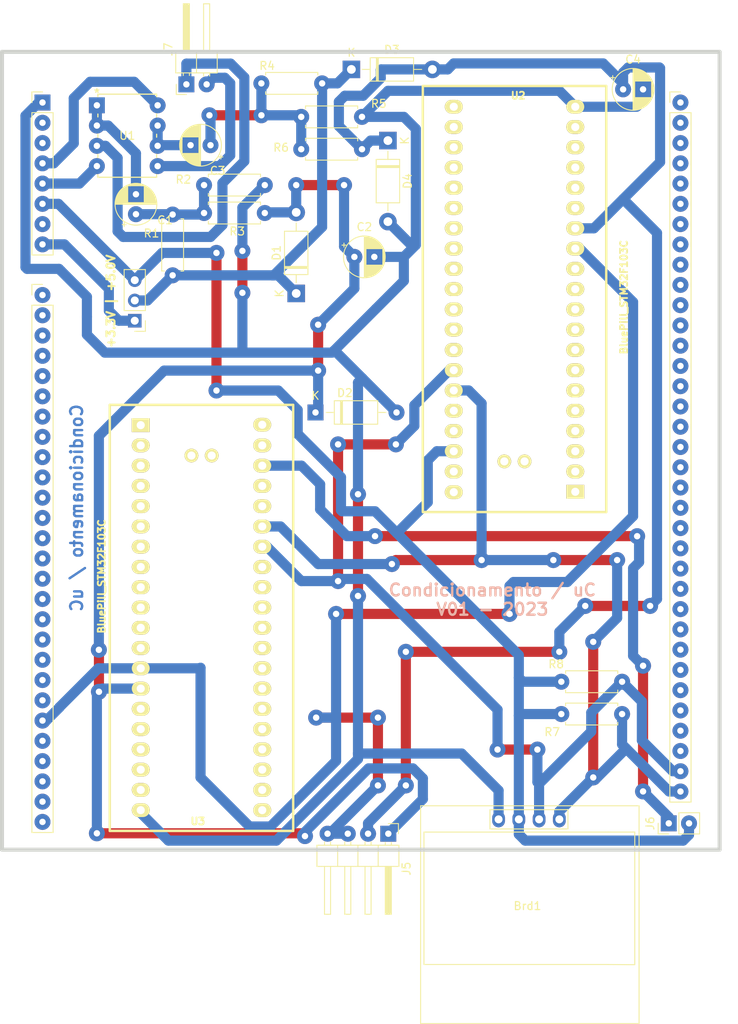
<source format=kicad_pcb>
(kicad_pcb (version 20221018) (generator pcbnew)
  (title_block (title "Barramento do EITduino") (date "2023-04-12") (rev "v01") (company "EITduino") (comment 1 "Autor: Gustavo Pinheiro") (comment 2 "Barramento proposto para uma placa 90x100 mm") (comment 3 "placa de face simples"))
  (layers (0 "F.Cu" signal) (31 "B.Cu" signal) (34 "B.Paste" user) (35 "F.Paste" user) (36 "B.SilkS" user "B.Silkscreen") (37 "F.SilkS" user "F.Silkscreen") (38 "B.Mask" user) (39 "F.Mask" user) (44 "Edge.Cuts" user))
  (net 0 "")
  (net 1 "+9V")
  (net 2 "-9V")
  (net 3 "+5V")
  (net 4 "-5V")
  (net 5 "+3.3V")
  (net 45 "Earth")
  (net 47 "I1")
  (net 48 "I2")
  (net 49 "Sin1")
  (net 50 "Sin2")
  (net 51 "SinA")
  (net 52 "SinB")
  (net 53 "SINC")
  (net 54 "SPI_COPI")
  (net 55 "SPI_CIPO")
  (net 56 "SPI_clk")
  (net 57 "CS (AD9833)")
  (net 58 "CS (X9c10x)")
  (net 59 "SCL3")
  (net 60 "SDA3")
  (net 61 "SCL2")
  (net 62 "SDA2")
  (net 63 "SCL1")
  (net 64 "SDA1")
  (net 65 "nó1")
  (net 66 "nó2")
  (net 67 "Amp_E1")
  (net 68 "nó3")
  (net 69 "nó4")
  (net 70 "Amp_E2")
  (net 71 "Vref")
  (net 72 "VCC")
  (net 73 "VEE")
  (net 74 "AmpI1")
  (net 75 "AmpI2")
  (net 78 "Net-(J6-Pin_1)")
  (net 79 "E1")
  (net 80 "E2")
  (footprint "Resistor_THT:R_Axial_DIN0207_L6.3mm_D2.5mm_P7.62mm_Horizontal" (layer "F.Cu") (at 126.03 56.65)
    (fp_text reference "R5")
    (fp_text value "100k")
  )
  (footprint "OLED_i2c:128x64OLED" (layer "F.Cu") (at 154.4 155.3)
    (fp_text reference "Brd1")
    (fp_text value "SSD1306")
  )
  (footprint "Resistor_THT:R_Axial_DIN0207_L6.3mm_D2.5mm_P7.62mm_Horizontal" (layer "F.Cu") (at 113.84 65.2)
    (fp_text reference "R2")
    (fp_text value "100k")
  )
  (footprint "Resistor_THT:R_Axial_DIN0207_L6.3mm_D2.5mm_P7.62mm_Horizontal" (layer "F.Cu") (at 113.84 68.7)
    (fp_text reference "R3")
    (fp_text value "220")
  )
  (footprint "Diode_THT:D_DO-41_SOD81_P10.16mm_Horizontal" (layer "F.Cu") (at 132.32 50.7)
    (fp_text reference "D3")
    (fp_text value "1N5819")
  )
  (footprint "Connector_PinHeader_2.54mm:PinHeader_1x02_P2.54mm_Vertical" (layer "F.Cu") (at 172.125 145.2 90)
    (fp_text reference "J6")
    (fp_text value "alimetacao_Master")
  )
  (footprint "Diode_THT:D_DO-41_SOD81_P10.16mm_Horizontal" (layer "F.Cu") (at 136.9 59.62 -90)
    (fp_text reference "D4")
    (fp_text value "1N5819")
  )
  (footprint "Connector_PinHeader_2.54mm:PinHeader_1x35_P2.54mm_Vertical" (layer "F.Cu") (at 173.59 54.85)
    (fp_text reference "J4" hide)
    (fp_text value "comunicacao / sinais digitais" hide)
  )
  (footprint "Connector_PinHeader_2.54mm:PinHeader_1x02_P2.54mm_Horizontal" (layer "F.Cu") (at 111.625 52.575 90)
    (fp_text reference "J7")
    (fp_text value "Eletrodos")
  )
  (footprint "Diode_THT:D_DO-41_SOD81_P10.16mm_Horizontal" (layer "F.Cu") (at 125.4 78.78 90)
    (fp_text reference "D1")
    (fp_text value "1N5819")
  )
  (footprint "STM32_Bluepill:BluePill_STM32F103C" (layer "F.Cu") (at 160.4 103.5892 180)
    (fp_text reference "U2")
    (fp_text value "BluePill_STM32F103C")
  )
  (footprint "Resistor_THT:R_Axial_DIN0207_L6.3mm_D2.5mm_P7.62mm_Horizontal" (layer "F.Cu") (at 166.27 131.5 180)
    (fp_text reference "R7")
    (fp_text value "4k7")
  )
  (footprint "Capacitor_THT:CP_Radial_D5.0mm_P2.50mm" (layer "F.Cu") (at 114.65 60.2 180)
    (fp_text reference "C3")
    (fp_text value "1 uF")
  )
  (footprint "Connector_PinHeader_2.54mm:PinHeader_1x08_P2.54mm_Vertical" (layer "F.Cu") (at 93.58 54.85)
    (fp_text reference "J2" hide)
    (fp_text value "tensoes")
  )
  (footprint "Connector_PinHeader_2.54mm:PinHeader_1x27_P2.54mm_Vertical" (layer "F.Cu") (at 93.58 78.98)
    (fp_text reference "J3" hide)
    (fp_text value "sinais analogicos")
  )
  (footprint "Connector_PinHeader_2.54mm:PinHeader_1x04_P2.54mm_Horizontal" (layer "F.Cu") (at 136.95 146.5 -90)
    (fp_text reference "J5")
    (fp_text value "sinais_condicionados")
  )
  (footprint "AD828:N_8_ADI" (layer "F.Cu") (at 100.4 55.2)
    (fp_text reference "U1")
    (fp_text value "AD828AN")
  )
  (footprint "Resistor_THT:R_Axial_DIN0207_L6.3mm_D2.5mm_P7.62mm_Horizontal" (layer "F.Cu") (at 109.9 76.51 90)
    (fp_text reference "R1")
    (fp_text value "100k")
  )
  (footprint "Diode_THT:D_DO-41_SOD81_P10.16mm_Horizontal" (layer "F.Cu") (at 127.82 93.7)
    (fp_text reference "D2")
    (fp_text value "1N5819")
  )
  (footprint "STM32_Bluepill:BluePill_STM32F103C" (layer "F.Cu") (at 105.9 95.34)
    (fp_text reference "U3")
    (fp_text value "BluePill_STM32F103C")
  )
  (footprint "Resistor_THT:R_Axial_DIN0207_L6.3mm_D2.5mm_P7.62mm_Horizontal" (layer "F.Cu") (at 126.03 60.7)
    (fp_text reference "R6")
    (fp_text value "220")
  )
  (footprint "Connector_PinHeader_2.54mm:PinHeader_1x03_P2.54mm_Vertical" (layer "F.Cu") (at 105.15 82.2 180)
    (fp_text reference "J1" hide)
    (fp_text value "Vref")
  )
  (footprint "Resistor_THT:R_Axial_DIN0207_L6.3mm_D2.5mm_P7.62mm_Horizontal" (layer "F.Cu") (at 166.27 127.45 180)
    (fp_text reference "R8")
    (fp_text value "4k7")
  )
  (footprint "Resistor_THT:R_Axial_DIN0207_L6.3mm_D2.5mm_P7.62mm_Horizontal" (layer "F.Cu") (at 128.65 52.45 180)
    (fp_text reference "R4")
    (fp_text value "100k")
  )
  (footprint "Capacitor_THT:CP_Radial_D5.0mm_P2.50mm" (layer "F.Cu") (at 166.4 53.2)
    (fp_text reference "C4")
    (fp_text value "470 pF")
  )
  (footprint "Capacitor_THT:CP_Radial_D5.0mm_P2.50mm" (layer "F.Cu") (at 132.694888 74.2)
    (fp_text reference "C2")
    (fp_text value "470 pF")
  )
  (footprint "Capacitor_THT:CP_Radial_D5.0mm_P2.50mm" (layer "F.Cu") (at 105.3 68.85 90)
    (fp_text reference "C1")
    (fp_text value "1 uF")
  )
  (gr_line (start 178.5 48.5) (end 88.5 48.5) (stroke (width 0.5)) (layer "Edge.Cuts"))
  (gr_line (start 178.5 148.5) (end 178.5 48.5) (stroke (width 0.5)) (layer "Edge.Cuts"))
  (gr_line (start 178.49982 148.4998) (end 88.5 148.4998) (stroke (width 0.5)) (layer "Edge.Cuts"))
  (gr_line (start 88.5 48.5) (end 88.5 148.4998) (stroke (width 0.5)) (layer "Edge.Cuts"))
  (gr_text "Condicionamento / uC" (at 98.75 92.5 90) (layer "B.Cu") (effects (font (size 1.5 1.5) (thickness 0.3) bold) (justify left bottom mirror)))
  (gr_text "Condicionamento / uC\nV01 - 2023" (at 150 119.25) (layer "B.SilkS") (effects (font (size 1.5 1.5) (thickness 0.3) bold) (justify bottom)))
  (gr_text "+3.3V | +5.0V" (at 102.75 79.75 90) (layer "F.SilkS") (effects (font (size 1.016 1.016) (thickness 0.254) bold) (justify bottom)))
  (segment (start 94.994213 62.47) (end 97.5 59.964213) (width 1.27) (layer "B.Cu") (net 1))
  (segment (start 105.07 52.25) (end 108.02 55.2) (width 1.27) (layer "B.Cu") (net 1))
  (segment (start 93.58 62.47) (end 94.994213 62.47) (width 1.27) (layer "B.Cu") (net 1))
  (segment (start 97.5 54.306) (end 99.556 52.25) (width 1.27) (layer "B.Cu") (net 1))
  (segment (start 99.556 52.25) (end 105.07 52.25) (width 1.27) (layer "B.Cu") (net 1))
  (segment (start 97.5 59.964213) (end 97.5 54.306) (width 1.27) (layer "B.Cu") (net 1))
  (segment (start 93.58 65.01) (end 98.21 65.01) (width 1.27) (layer "B.Cu") (net 2))
  (segment (start 98.21 65.01) (end 100.4 62.82) (width 1.27) (layer "B.Cu") (net 2))
  (segment (start 115.4 73.7) (end 115.4 90.95) (width 1.27) (layer "F.Cu") (net 3))
  (via (at 115.4 90.95) (size 2) (drill 0.8) (layers "F.Cu" "B.Cu") (net 3))
  (via (at 115.4 73.7) (size 2) (drill 0.8) (layers "F.Cu" "B.Cu") (net 3))
  (segment (start 153.32 126.95) (end 153.32 131.7) (width 1.27) (layer "B.Cu") (net 3))
  (segment (start 105.15 77.12) (end 108.57 73.7) (width 1.27) (layer "B.Cu") (net 3))
  (segment (start 115.4 90.95) (end 123.15 90.95) (width 1.27) (layer "B.Cu") (net 3))
  (segment (start 153.52 131.5) (end 153.32 131.7) (width 1.27) (layer "B.Cu") (net 3))
  (segment (start 105.15 77.12) (end 95.58 67.55) (width 1.27) (layer "B.Cu") (net 3))
  (segment (start 138.025 108.825) (end 153.32 124.12) (width 1.27) (layer "B.Cu") (net 3))
  (segment (start 138.025 108.825) (end 141.9 104.95) (width 1.27) (layer "B.Cu") (net 3))
  (segment (start 158.65 131.5) (end 153.52 131.5) (width 1.27) (layer "B.Cu") (net 3))
  (segment (start 158.65 127.45) (end 153.82 127.45) (width 1.27) (layer "B.Cu") (net 3))
  (segment (start 154.1148 147.3648) (end 153.32 146.57) (width 1.27) (layer "B.Cu") (net 3))
  (segment (start 131.015 105.95) (end 131.15 106.085) (width 1.27) (layer "B.Cu") (net 3))
  (segment (start 125.585 96.385) (end 131.015 101.815) (width 1.27) (layer "B.Cu") (net 3))
  (segment (start 125.585 93.385) (end 125.585 96.385) (width 1.27) (layer "B.Cu") (net 3))
  (segment (start 153.32 124.12) (end 153.32 126.95) (width 1.27) (layer "B.Cu") (net 3))
  (segment (start 123.15 90.95) (end 125.585 93.385) (width 1.27) (layer "B.Cu") (net 3))
  (segment (start 143.04 98.56) (end 145.16 98.56) (width 1.27) (layer "B.Cu") (net 3))
  (segment (start 141.9 104.95) (end 141.9 99.7) (width 1.27) (layer "B.Cu") (net 3))
  (segment (start 131.015 101.815) (end 131.015 105.95) (width 1.27) (layer "B.Cu") (net 3))
  (segment (start 131.15 106.085) (end 135.285 106.085) (width 1.27) (layer "B.Cu") (net 3))
  (segment (start 145.02 98.7) (end 145.16 98.56) (width 1.27) (layer "B.Cu") (net 3))
  (segment (start 153.82 127.45) (end 153.32 126.95) (width 1.27) (layer "B.Cu") (net 3))
  (segment (start 174.665 146.63) (end 173.9302 147.3648) (width 1.27) (layer "B.Cu") (net 3))
  (segment (start 95.58 67.55) (end 93.58 67.55) (width 1.27) (layer "B.Cu") (net 3))
  (segment (start 135.285 106.085) (end 138.025 108.825) (width 1.27) (layer "B.Cu") (net 3))
  (segment (start 173.9302 147.3648) (end 154.1148 147.3648) (width 1.27) (layer "B.Cu") (net 3))
  (segment (start 141.9 99.7) (end 143.04 98.56) (width 1.27) (layer "B.Cu") (net 3))
  (segment (start 174.665 145.2) (end 174.665 146.63) (width 1.27) (layer "B.Cu") (net 3))
  (segment (start 153.32 144.7) (end 153.32 131.7) (width 1.27) (layer "B.Cu") (net 3))
  (segment (start 108.57 73.7) (end 115.4 73.7) (width 1.27) (layer "B.Cu") (net 3))
  (segment (start 153.32 146.57) (end 153.32 144.7) (width 1.27) (layer "B.Cu") (net 3))
  (segment (start 101.9 78.2) (end 96.33 72.63) (width 1.27) (layer "B.Cu") (net 5))
  (segment (start 103.15 82.2) (end 101.9 80.95) (width 1.27) (layer "B.Cu") (net 5))
  (segment (start 105.15 82.2) (end 103.15 82.2) (width 1.27) (layer "B.Cu") (net 5))
  (segment (start 101.9 80.95) (end 101.9 78.2) (width 1.27) (layer "B.Cu") (net 5))
  (segment (start 96.33 72.63) (end 93.58 72.63) (width 1.27) (layer "B.Cu") (net 5))
  (segment (start 133.15 103.95) (end 133.15 116.7) (width 1.27) (layer "F.Cu") (net 45))
  (segment (start 118.65 73.45) (end 118.65 78.7) (width 1.27) (layer "F.Cu") (net 45))
  (via (at 133.15 116.7) (size 2) (drill 0.8) (layers "F.Cu" "B.Cu") (net 45))
  (via (at 133.15 103.95) (size 2) (drill 0.8) (layers "F.Cu" "B.Cu") (net 45))
  (via (at 118.65 78.7) (size 2) (drill 0.8) (layers "F.Cu" "B.Cu") (net 45))
  (via (at 118.65 73.45) (size 2) (drill 0.8) (layers "F.Cu" "B.Cu") (net 45))
  (segment (start 140.4 72.7) (end 140.4 58.15) (width 1.27) (layer "B.Cu") (net 45))
  (segment (start 138.9 74.2) (end 140.4 72.7) (width 1.27) (layer "B.Cu") (net 45))
  (segment (start 91.65 75.7) (end 95.65 75.7) (width 1.27) (layer "B.Cu") (net 45))
  (segment (start 138.9 77.2) (end 138.9 74.2) (width 1.27) (layer "B.Cu") (net 45))
  (segment (start 118.65 86.2) (end 129.9 86.2) (width 1.27) (layer "B.Cu") (net 45))
  (segment (start 91.445 75.495) (end 91.65 75.7) (width 1.27) (layer "B.Cu") (net 45))
  (segment (start 137.98 93.7) (end 133.69 89.41) (width 1.27) (layer "B.Cu") (net 45))
  (segment (start 133.15 136.45) (end 133.15 137.130205) (width 1.27) (layer "B.Cu") (net 45))
  (segment (start 168.9 54.57) (end 168.9 53.2) (width 1.27) (layer "B.Cu") (net 45))
  (segment (start 133.15 137.130205) (end 122.915405 147.3648) (width 1.27) (layer "B.Cu") (net 45))
  (segment (start 138.9 56.65) (end 133.65 56.65) (width 1.27) (layer "B.Cu") (net 45))
  (segment (start 93.58 54.85) (end 93.100654 54.85) (width 1.27) (layer "B.Cu") (net 45))
  (segment (start 133.15 136.45) (end 146.15 136.45) (width 1.27) (layer "B.Cu") (net 45))
  (segment (start 99.15 79.2) (end 99.15 81.7) (width 1.27) (layer "B.Cu") (net 45))
  (segment (start 133.69 89.41) (end 130.23 85.95) (width 1.27) (layer "B.Cu") (net 45))
  (segment (start 129.9 86.2) (end 130.15 85.95) (width 1.27) (layer "B.Cu") (net 45))
  (segment (start 118.65 68.01) (end 118.65 73.45) (width 1.27) (layer "B.Cu") (net 45))
  (segment (start 118.65 78.7) (end 118.65 86.2) (width 1.27) (layer "B.Cu") (net 45))
  (segment (start 121.46 65.2) (end 118.65 68.01) (width 1.27) (layer "B.Cu") (net 45))
  (segment (start 95.9 75.95) (end 99.15 79.2) (width 1.27) (layer "B.Cu") (net 45))
  (segment (start 130.23 85.95) (end 130.15 85.95) (width 1.27) (layer "B.Cu") (net 45))
  (segment (start 136.9186 53.3814) (end 158.4014 53.3814) (width 1.27) (layer "B.Cu") (net 45))
  (segment (start 139.82 72.7) (end 140.4 72.7) (width 1.27) (layer "B.Cu") (net 45))
  (segment (start 133.65 56.65) (end 136.9186 53.3814) (width 1.27) (layer "B.Cu") (net 45))
  (segment (start 133.15 103.95) (end 133.15 89.95) (width 1.27) (layer "B.Cu") (net 45))
  (segment (start 135.4 80.7) (end 138.9 77.2) (width 1.27) (layer "B.Cu") (net 45))
  (segment (start 91.445 56.505654) (end 91.445 75.495) (width 1.27) (layer "B.Cu") (net 45))
  (segment (start 133.15 89.95) (end 133.69 89.41) (width 1.27) (layer "B.Cu") (net 45))
  (segment (start 130.15 85.95) (end 135.4 80.7) (width 1.27) (layer "B.Cu") (net 45))
  (segment (start 93.100654 54.85) (end 91.445 56.505654) (width 1.27) (layer "B.Cu") (net 45))
  (segment (start 135.194888 74.2) (end 138.9 74.2) (width 1.27) (layer "B.Cu") (net 45))
  (segment (start 168.09 55.38) (end 168.9 54.57) (width 1.27) (layer "B.Cu") (net 45))
  (segment (start 158.4014 53.3814) (end 160.4 55.38) (width 1.27) (layer "B.Cu") (net 45))
  (segment (start 95.65 75.7) (end 95.9 75.95) (width 1.27) (layer "B.Cu") (net 45))
  (segment (start 101.4 86.2) (end 118.65 86.2) (width 1.27) (layer "B.Cu") (net 45))
  (segment (start 99.15 81.7) (end 99.15 83.95) (width 1.27) (layer "B.Cu") (net 45))
  (segment (start 150.78 144.7) (end 150.78 141.08) (width 1.27) (layer "B.Cu") (net 45))
  (segment (start 136.9 69.78) (end 139.82 72.7) (width 1.27) (layer "B.Cu") (net 45))
  (segment (start 140.4 58.15) (end 138.9 56.65) (width 1.27) (layer "B.Cu") (net 45))
  (segment (start 133.15 116.7) (end 133.15 136.45) (width 1.27) (layer "B.Cu") (net 45))
  (segment (start 99.15 83.95) (end 101.4 86.2) (width 1.27) (layer "B.Cu") (net 45))
  (segment (start 109.3648 147.3648) (end 105.9 143.9) (width 1.27) (layer "B.Cu") (net 45))
  (segment (start 160.4 55.38) (end 168.09 55.38) (width 1.27) (layer "B.Cu") (net 45))
  (segment (start 146.15 136.45) (end 150.78 141.08) (width 1.27) (layer "B.Cu") (net 45))
  (segment (start 122.915405 147.3648) (end 109.3648 147.3648) (width 1.27) (layer "B.Cu") (net 45))
  (segment (start 137.9 97.7) (end 130.65 97.7) (width 1.27) (layer "F.Cu") (net 63))
  (segment (start 150.65 135.95) (end 155.65 135.95) (width 1.27) (layer "F.Cu") (net 63))
  (segment (start 130.65 97.7) (end 130.65 114.8345) (width 1.27) (layer "F.Cu") (net 63))
  (via (at 150.65 135.95) (size 2) (drill 0.8) (layers "F.Cu" "B.Cu") (net 63))
  (via (at 137.9 97.7) (size 2) (drill 0.8) (layers "F.Cu" "B.Cu") (net 63))
  (via (at 130.65 114.8345) (size 2) (drill 0.8) (layers "F.Cu" "B.Cu") (net 63))
  (via (at 130.65 97.7) (size 2) (drill 0.8) (layers "F.Cu" "B.Cu") (net 63))
  (via (at 155.65 135.95) (size 2) (drill 0.8) (layers "F.Cu" "B.Cu") (net 63))
  (segment (start 166.27 127.45) (end 168.75 129.93) (width 1.27) (layer "B.Cu") (net 63))
  (segment (start 126.0345 114.8345) (end 121.7292 110.5292) (width 1.27) (layer "B.Cu") (net 63))
  (segment (start 130.65 114.8345) (end 130.9195 114.565) (width 1.27) (layer "B.Cu") (net 63))
  (segment (start 155.65 135.95) (end 155.65 140.03) (width 1.27) (layer "B.Cu") (net 63))
  (segment (start 144.612153 88.4) (end 140.215 92.797153) (width 1.27) (layer "B.Cu") (net 63))
  (segment (start 140.215 92.797153) (end 140.215 95.385) (width 1.27) (layer "B.Cu") (net 63))
  (segment (start 168.75 134.8) (end 172.62 138.67) (width 1.27) (layer "B.Cu") (net 63))
  (segment (start 162.4 133.7) (end 162.4 131.32) (width 1.27) (layer "B.Cu") (net 63))
  (segment (start 150.65 130.95) (end 150.65 135.95) (width 1.27) (layer "B.Cu") (net 63))
  (segment (start 140.215 95.385) (end 137.9 97.7) (width 1.27) (layer "B.Cu") (net 63))
  (segment (start 155.86 144.7) (end 155.86 140.24) (width 1.27) (layer "B.Cu") (net 63))
  (segment (start 172.62 138.67) (end 173.59 138.67) (width 1.27) (layer "B.Cu") (net 63))
  (segment (start 162.4 131.32) (end 166.27 127.45) (width 1.27) (layer "B.Cu") (net 63))
  (segment (start 134.265 114.565) (end 150.65 130.95) (width 1.27) (layer "B.Cu") (net 63))
  (segment (start 155.65 140.03) (end 155.86 140.24) (width 1.27) (layer "B.Cu") (net 63))
  (segment (start 130.65 114.8345) (end 126.0345 114.8345) (width 1.27) (layer "B.Cu") (net 63))
  (segment (start 155.86 140.24) (end 162.4 133.7) (width 1.27) (layer "B.Cu") (net 63))
  (segment (start 145.16 88.4) (end 144.612153 88.4) (width 1.27) (layer "B.Cu") (net 63))
  (segment (start 130.9195 114.565) (end 134.265 114.565) (width 1.27) (layer "B.Cu") (net 63))
  (segment (start 121.7292 110.5292) (end 121.14 110.5292) (width 1.27) (layer "B.Cu") (net 63))
  (segment (start 168.75 129.93) (end 168.75 134.8) (width 1.27) (layer "B.Cu") (net 63))
  (segment (start 157.65 112.2) (end 165.65 112.2) (width 1.27) (layer "F.Cu") (net 64))
  (segment (start 137.4 112.7) (end 137.9 112.2) (width 1.27) (layer "F.Cu") (net 64))
  (segment (start 137.9 112.2) (end 148.65 112.2) (width 1.27) (layer "F.Cu") (net 64))
  (segment (start 162.65 139.45) (end 162.65 122.7) (width 1.27) (layer "F.Cu") (net 64))
  (via (at 162.65 122.45) (size 2) (drill 0.8) (layers "F.Cu" "B.Cu") (net 64))
  (via (at 157.65 112.2) (size 2) (drill 0.8) (layers "F.Cu" "B.Cu") (net 64))
  (via (at 137.4 112.7) (size 2) (drill 0.8) (layers "F.Cu" "B.Cu") (net 64))
  (via (at 165.65 112.2) (size 2) (drill 0.8) (layers "F.Cu" "B.Cu") (net 64))
  (via (at 162.65 139.45) (size 2) (drill 0.8) (layers "F.Cu" "B.Cu") (net 64))
  (via (at 148.65 112.2) (size 2) (drill 0.8) (layers "F.Cu" "B.Cu") (net 64))
  (segment (start 128.15 112.7) (end 137.4 112.7) (width 1.27) (layer "B.Cu") (net 64))
  (segment (start 158.4 144.7) (end 158.4 143.7) (width 1.27) (layer "B.Cu") (net 64))
  (segment (start 166.782894 135.817106) (end 163.15 139.45) (width 1.27) (layer "B.Cu") (net 64))
  (segment (start 158.4 143.7) (end 162.65 139.45) (width 1.27) (layer "B.Cu") (net 64))
  (segment (start 147.0322 90.94) (end 145.16 90.94) (width 1.27) (layer "B.Cu") (net 64))
  (segment (start 166.27 131.5) (end 166.27 135.304213) (width 1.27) (layer "B.Cu") (net 64))
  (segment (start 165.65 112.2) (end 165.65 119.45) (width 1.27) (layer "B.Cu") (net 64))
  (segment (start 165.65 119.45) (end 162.65 122.45) (width 1.27) (layer "B.Cu") (net 64))
  (segment (start 123.4392 107.9892) (end 128.15 112.7) (width 1.27) (layer "B.Cu") (net 64))
  (segment (start 166.782894 135.817106) (end 172.175787 141.21) (width 1.27) (layer "B.Cu") (net 64))
  (segment (start 148.65 112.2) (end 157.65 112.2) (width 1.27) (layer "B.Cu") (net 64))
  (segment (start 166.27 135.304213) (end 166.782894 135.817106) (width 1.27) (layer "B.Cu") (net 64))
  (segment (start 148.65 92.5578) (end 147.0322 90.94) (width 1.27) (layer "B.Cu") (net 64))
  (segment (start 121.14 107.9892) (end 123.4392 107.9892) (width 1.27) (layer "B.Cu") (net 64))
  (segment (start 172.175787 141.21) (end 173.59 141.21) (width 1.27) (layer "B.Cu") (net 64))
  (segment (start 148.65 112.2) (end 148.65 92.5578) (width 1.27) (layer "B.Cu") (net 64))
  (segment (start 163.15 139.45) (end 162.65 139.45) (width 1.27) (layer "B.Cu") (net 64))
  (segment (start 105.3 61.225787) (end 101.814213 57.74) (width 1.27) (layer "B.Cu") (net 65))
  (segment (start 101.814213 57.74) (end 100.4 57.74) (width 1.27) (layer "B.Cu") (net 65))
  (segment (start 100.4 57.74) (end 100.4 55.2) (width 1.27) (layer "B.Cu") (net 65))
  (segment (start 105.3 66.35) (end 105.3 61.225787) (width 1.27) (layer "B.Cu") (net 65))
  (segment (start 113.84 68.7) (end 113.84 65.2) (width 1.27) (layer "B.Cu") (net 66))
  (segment (start 109.9 68.89) (end 113.65 68.89) (width 1.27) (layer "B.Cu") (net 66))
  (segment (start 105.3 68.85) (end 109.86 68.85) (width 1.27) (layer "B.Cu") (net 66))
  (segment (start 109.86 68.85) (end 109.9 68.89) (width 1.27) (layer "B.Cu") (net 66))
  (segment (start 113.65 68.89) (end 113.84 68.7) (width 1.27) (layer "B.Cu") (net 66))
  (segment (start 109.795112 68.994888) (end 109.9 68.89) (width 1.27) (layer "B.Cu") (net 66))
  (segment (start 100.4 146.45) (end 126.150001 146.45) (width 1.27) (layer "F.Cu") (net 67))
  (segment (start 126.150001 146.45) (end 126.499423 146.799422) (width 1.27) (layer "F.Cu") (net 67))
  (segment (start 100.65932 123.45932) (end 100.65 123.45) (width 1.27) (layer "F.Cu") (net 67))
  (segment (start 128.15 82.7) (end 128.15 88.45) (width 1.27) (layer "F.Cu") (net 67))
  (segment (start 100.65932 128.70932) (end 100.65932 123.45932) (width 1.27) (layer "F.Cu") (net 67))
  (segment (start 125.4 65.2) (end 131.4 65.2) (width 1.27) (layer "F.Cu") (net 67))
  (via (at 131.4 65.2) (size 2) (drill 0.8) (layers "F.Cu" "B.Cu") (net 67))
  (via (at 100.4 146.45) (size 2) (drill 0.8) (layers "F.Cu" "B.Cu") (net 67))
  (via (at 125.4 65.2) (size 2) (drill 0.8) (layers "F.Cu" "B.Cu") (net 67))
  (via (at 128.15 82.7) (size 2) (drill 0.8) (layers "F.Cu" "B.Cu") (net 67))
  (via (at 100.65 123.45) (size 2) (drill 0.8) (layers "F.Cu" "B.Cu") (net 67))
  (via (at 100.65932 128.70932) (size 2) (drill 0.8) (layers "F.Cu" "B.Cu") (net 67))
  (via (at 128.15 88.45) (size 2) (drill 0.8) (layers "F.Cu" "B.Cu") (net 67))
  (via (at 126.499423 146.799422) (size 2) (drill 0.8) (layers "F.Cu" "B.Cu") (net 67))
  (segment (start 108.8314 88.45) (end 128.15 88.45) (width 1.27) (layer "B.Cu") (net 67))
  (segment (start 125.4 68.62) (end 121.54 68.62) (width 1.27) (layer "B.Cu") (net 67))
  (segment (start 125.4 68.62) (end 125.4 65.2) (width 1.27) (layer "B.Cu") (net 67))
  (segment (start 100.65932 128.70932) (end 100.4 128.96864) (width 1.27) (layer "B.Cu") (net 67))
  (segment (start 121.54 68.62) (end 121.46 68.7) (width 1.27) (layer "B.Cu") (net 67))
  (segment (start 128.15 88.45) (end 128.15 93.37) (width 1.27) (layer "B.Cu") (net 67))
  (segment (start 140.034346 138.315) (end 134.468363 138.315) (width 1.27) (layer "B.Cu") (net 67))
  (segment (start 100.65 96.6314) (end 108.8314 88.45) (width 1.27) (layer "B.Cu") (net 67))
  (segment (start 131.4 72.905112) (end 132.694888 74.2) (width 1.27) (layer "B.Cu") (net 67))
  (segment (start 134.468363 138.315) (end 126.499423 146.28394) (width 1.27) (layer "B.Cu") (net 67))
  (segment (start 141.285 142.165) (end 141.285 139.565654) (width 1.27) (layer "B.Cu") (net 67))
  (segment (start 126.499423 146.28394) (end 126.499423 146.799422) (width 1.27) (layer "B.Cu") (net 67))
  (segment (start 136.95 146.5) (end 141.285 142.165) (width 1.27) (layer "B.Cu") (net 67))
  (segment (start 131.4 65.2) (end 131.4 72.905112) (width 1.27) (layer "B.Cu") (net 67))
  (segment (start 100.69 128.66) (end 100.65 128.7) (width 1.27) (layer "B.Cu") (net 67))
  (segment (start 100.65 128.7) (end 100.65932 128.70932) (width 1.27) (layer "B.Cu") (net 67))
  (segment (start 141.285 139.565654) (end 140.034346 138.315) (width 1.27) (layer "B.Cu") (net 67))
  (segment (start 132.694888 78.155112) (end 128.15 82.7) (width 1.27) (layer "B.Cu") (net 67))
  (segment (start 100.65 123.45) (end 100.65 96.6314) (width 1.27) (layer "B.Cu") (net 67))
  (segment (start 101.05944 128.3092) (end 100.65932 128.70932) (width 1.27) (layer "B.Cu") (net 67))
  (segment (start 100.4 128.96864) (end 100.4 146.45) (width 1.27) (layer "B.Cu") (net 67))
  (segment (start 132.694888 74.2) (end 132.694888 78.155112) (width 1.27) (layer "B.Cu") (net 67))
  (segment (start 105.9 128.3092) (end 101.05944 128.3092) (width 1.27) (layer "B.Cu") (net 67))
  (segment (start 128.15 93.37) (end 127.82 93.7) (width 1.27) (layer "B.Cu") (net 67))
  (segment (start 112.15 60.2) (end 108.1 60.2) (width 1.27) (layer "B.Cu") (net 68))
  (segment (start 108.1 60.2) (end 108.02 60.28) (width 1.27) (layer "B.Cu") (net 68))
  (segment (start 108.02 57.74) (end 108.02 60.28) (width 1.27) (layer "B.Cu") (net 68))
  (segment (start 114.5155 56.45) (end 121.0345 56.45) (width 1.27) (layer "F.Cu") (net 69))
  (via (at 114.5155 56.45) (size 2) (drill 0.8) (layers "F.Cu" "B.Cu") (net 69))
  (via (at 121.0345 56.45) (size 2) (drill 0.8) (layers "F.Cu" "B.Cu") (net 69))
  (segment (start 114.65 60.2) (end 114.65 56.5845) (width 1.27) (layer "B.Cu") (net 69))
  (segment (start 125.83 56.45) (end 126.03 56.65) (width 1.27) (layer "B.Cu") (net 69))
  (segment (start 121.0345 52.4545) (end 121.03 52.45) (width 1.27) (layer "B.Cu") (net 69))
  (segment (start 114.65 56.45) (end 114.5155 56.45) (width 1.27) (layer "B.Cu") (net 69))
  (segment (start 121.0345 56.45) (end 121.0345 52.4545) (width 1.27) (layer "B.Cu") (net 69))
  (segment (start 121.0345 56.45) (end 125.83 56.45) (width 1.27) (layer "B.Cu") (net 69))
  (segment (start 126.03 56.65) (end 126.03 60.7) (width 1.27) (layer "B.Cu") (net 69))
  (segment (start 114.65 56.5845) (end 114.5155 56.45) (width 1.27) (layer "B.Cu") (net 69))
  (segment (start 161.65 117.95) (end 169.7845 117.95) (width 1.27) (layer "F.Cu") (net 70))
  (segment (start 139.15 123.7) (end 158.4 123.7) (width 1.27) (layer "F.Cu") (net 70))
  (segment (start 139.15 123.7) (end 139.15 140.45) (width 1.27) (layer "F.Cu") (net 70))
  (via (at 139.15 123.7) (size 2) (drill 0.8) (layers "F.Cu" "B.Cu") (net 70))
  (via (at 169.7845 117.95) (size 2) (drill 0.8) (layers "F.Cu" "B.Cu") (net 70))
  (via (at 158.4 123.7) (size 2) (drill 0.8) (layers "F.Cu" "B.Cu") (net 70))
  (via (at 161.65 117.95) (size 2) (drill 0.8) (layers "F.Cu" "B.Cu") (net 70))
  (via (at 139.15 140.45) (size 2) (drill 0.8) (layers "F.Cu" "B.Cu") (net 70))
  (segment (start 166.4 53.2) (end 166.4 52.45) (width 1.27) (layer "B.Cu") (net 70))
  (segment (start 169.7845 117.95) (end 170.65 117.0845) (width 1.27) (layer "B.Cu") (net 70))
  (segment (start 166.4 66.95) (end 162.73 70.62) (width 1.27) (layer "B.Cu") (net 70))
  (segment (start 131.5 54) (end 133.796842 54) (width 1.27) (layer "B.Cu") (net 70))
  (segment (start 163.9 49.95) (end 145.15 49.95) (width 1.27) (layer "B.Cu") (net 70))
  (segment (start 170.956748 50.456748) (end 171.035 50.535) (width 1.27) (layer "B.Cu") (net 70))
  (segment (start 134.73 59.62) (end 133.65 60.7) (width 1.27) (layer "B.Cu") (net 70))
  (segment (start 166.4 51.1) (end 167.043252 50.456748) (width 1.27) (layer "B.Cu") (net 70))
  (segment (start 170.65 71.2) (end 166.4 66.95) (width 1.27) (layer "B.Cu") (net 70))
  (segment (start 133.796842 54) (end 136 51.796842) (width 1.27) (layer "B.Cu") (net 70))
  (segment (start 133.65 60.7) (end 130.75 57.8) (width 1.27) (layer "B.Cu") (net 70))
  (segment (start 134.41 146.5) (end 134.41 145.19) (width 1.27) (layer "B.Cu") (net 70))
  (segment (start 171.035 50.535) (end 171.035 62.315) (width 1.27) (layer "B.Cu") (net 70))
  (segment (start 170.65 117.0845) (end 170.65 71.2) (width 1.27) (layer "B.Cu") (net 70))
  (segment (start 136.9 59.62) (end 134.73 59.62) (width 1.27) (layer "B.Cu") (net 70))
  (segment (start 130.75 54.75) (end 131.5 54) (width 1.27) (layer "B.Cu") (net 70))
  (segment (start 167.043252 50.456748) (end 170.956748 50.456748) (width 1.27) (layer "B.Cu") (net 70))
  (segment (start 145.15 49.95) (end 144.4 50.7) (width 1.27) (layer "B.Cu") (net 70))
  (segment (start 166.4 52.45) (end 163.9 49.95) (width 1.27) (layer "B.Cu") (net 70))
  (segment (start 162.73 70.62) (end 160.4 70.62) (width 1.27) (layer "B.Cu") (net 70))
  (segment (start 136 50.75) (end 136.05 50.7) (width 1.27) (layer "B.Cu") (net 70))
  (segment (start 136 51.796842) (end 136 50.75) (width 1.27) (layer "B.Cu") (net 70))
  (segment (start 130.75 57.8) (end 130.75 54.75) (width 1.27) (layer "B.Cu") (net 70))
  (segment (start 166.4 53.2) (end 166.4 51.1) (width 1.27) (layer "B.Cu") (net 70))
  (segment (start 144.4 50.7) (end 142.48 50.7) (width 1.27) (layer "B.Cu") (net 70))
  (segment (start 171.035 62.315) (end 166.4 66.95) (width 1.27) (layer "B.Cu") (net 70))
  (segment (start 158.4 123.7) (end 158.4 121.2) (width 1.27) (layer "B.Cu") (net 70))
  (segment (start 134.41 145.19) (end 139.15 140.45) (width 1.27) (layer "B.Cu") (net 70))
  (segment (start 136.05 50.7) (end 142.48 50.7) (width 1.27) (layer "B.Cu") (net 70))
  (segment (start 158.4 121.2) (end 161.65 117.95) (width 1.27) (layer "B.Cu") (net 70))
  (segment (start 109.9 76.51) (end 122.4 76.51) (width 1.27) (layer "B.Cu") (net 71))
  (segment (start 106.75 79.66) (end 109.9 76.51) (width 1.27) (layer "B.Cu") (net 71))
  (segment (start 123.13 76.51) (end 125.4 78.78) (width 1.27) (layer "B.Cu") (net 71))
  (segment (start 122.59 76.51) (end 128.65 70.45) (width 1.27) (layer "B.Cu") (net 71))
  (segment (start 128.65 70.45) (end 128.65 52.45) (width 1.27) (layer "B.Cu") (net 71))
  (segment (start 122.4 76.51) (end 123.13 76.51) (width 1.27) (layer "B.Cu") (net 71))
  (segment (start 130.57 52.45) (end 132.32 50.7) (width 1.27) (layer "B.Cu") (net 71))
  (segment (start 128.65 52.45) (end 130.57 52.45) (width 1.27) (layer "B.Cu") (net 71))
  (segment (start 105.15 79.66) (end 106.75 79.66) (width 1.27) (layer "B.Cu") (net 71))
  (segment (start 122.4 76.51) (end 122.59 76.51) (width 1.27) (layer "B.Cu") (net 71))
  (segment (start 127.9 131.95) (end 135.65 131.95) (width 1.27) (layer "F.Cu") (net 74))
  (segment (start 152.15 118.95) (end 130.4 118.95) (width 1.27) (layer "F.Cu") (net 74))
  (segment (start 135.65 131.95) (end 135.65 140.45) (width 1.27) (layer "F.Cu") (net 74))
  (via (at 152.15 118.95) (size 2) (drill 0.8) (layers "F.Cu" "B.Cu") (net 74))
  (via (at 135.65 140.45) (size 2) (drill 0.8) (layers "F.Cu" "B.Cu") (net 74))
  (via (at 135.65 131.95) (size 2) (drill 0.8) (layers "F.Cu" "B.Cu") (net 74))
  (via (at 127.9 131.95) (size 2) (drill 0.8) (layers "F.Cu" "B.Cu") (net 74))
  (via (at 130.4 118.95) (size 2) (drill 0.8) (layers "F.Cu" "B.Cu") (net 74))
  (segment (start 127.9 131.95) (end 130.4 131.95) (width 1.27) (layer "B.Cu") (net 74))
  (segment (start 129.33 146.5) (end 129.6 146.5) (width 1.27) (layer "B.Cu") (net 74))
  (segment (start 113.3308 125.7692) (end 105.9 125.7692) (width 1.27) (layer "B.Cu") (net 74))
  (segment (start 130.4 131.95) (end 130.4 137.377047) (width 1.27) (layer "B.Cu") (net 74))
  (segment (start 130.4 137.377047) (end 122.182247 145.5948) (width 1.27) (layer "B.Cu") (net 74))
  (segment (start 94.059346 132.32) (end 93.58 132.32) (width 1.27) (layer "B.Cu") (net 74))
  (segment (start 95.715 130.635) (end 95.715 130.664346) (width 1.27) (layer "B.Cu") (net 74))
  (segment (start 122.182247 145.5948) (end 119.5448 145.5948) (width 1.27) (layer "B.Cu") (net 74))
  (segment (start 152.15 118.95) (end 152.15 115.45) (width 1.27) (layer "B.Cu") (net 74))
  (segment (start 119.5448 145.5948) (end 113.4 139.45) (width 1.27) (layer "B.Cu") (net 74))
  (segment (start 129.6 146.5) (end 135.65 140.45) (width 1.27) (layer "B.Cu") (net 74))
  (segment (start 100.5808 125.7692) (end 95.715 130.635) (width 1.27) (layer "B.Cu") (net 74))
  (segment (start 167.65 106.7) (end 159.4 114.95) (width 1.27) (layer "B.Cu") (net 74))
  (segment (start 131.87 146.5) (end 129.33 146.5) (width 1.27) (layer "B.Cu") (net 74))
  (segment (start 160.947847 73.16) (end 167.65 79.862153) (width 1.27) (layer "B.Cu") (net 74))
  (segment (start 113.4 139.45) (end 113.4 125.7) (width 1.27) (layer "B.Cu") (net 74))
  (segment (start 160.4 73.16) (end 160.947847 73.16) (width 1.27) (layer "B.Cu") (net 74))
  (segment (start 105.9 125.7692) (end 100.5808 125.7692) (width 1.27) (layer "B.Cu") (net 74))
  (segment (start 113.4 125.7) (end 113.3308 125.7692) (width 1.27) (layer "B.Cu") (net 74))
  (segment (start 159.4 114.95) (end 152.65 114.95) (width 1.27) (layer "B.Cu") (net 74))
  (segment (start 152.15 115.45) (end 152.65 114.95) (width 1.27) (layer "B.Cu") (net 74))
  (segment (start 167.65 79.862153) (end 167.65 106.7) (width 1.27) (layer "B.Cu") (net 74))
  (segment (start 95.715 130.664346) (end 94.059346 132.32) (width 1.27) (layer "B.Cu") (net 74))
  (segment (start 130.4 118.95) (end 130.4 131.95) (width 1.27) (layer "B.Cu") (net 74))
  (segment (start 168.9 125.45) (end 168.9 141.2) (width 1.27) (layer "F.Cu") (net 78))
  (segment (start 135.2845 109.2) (end 168.15 109.2) (width 1.27) (layer "F.Cu") (net 78))
  (segment (start 168.15 109.2) (end 168.15932 109.20932) (width 1.27) (layer "F.Cu") (net 78))
  (via (at 168.9 125.45) (size 2) (drill 0.8) (layers "F.Cu" "B.Cu") (net 78))
  (via (at 168.9 141.2) (size 2) (drill 0.8) (layers "F.Cu" "B.Cu") (net 78))
  (via (at 135.2845 109.2) (size 2) (drill 0.8) (layers "F.Cu" "B.Cu") (net 78))
  (via (at 168.15932 109.20932) (size 2) (drill 0.8) (layers "F.Cu" "B.Cu") (net 78))
  (segment (start 126.0692 100.3692) (end 128.4 102.7) (width 1.27) (layer "B.Cu") (net 78))
  (segment (start 128.4 102.7) (end 128.4 105.838158) (width 1.27) (layer "B.Cu") (net 78))
  (segment (start 128.4 105.838158) (end 131.761842 109.2) (width 1.27) (layer "B.Cu") (net 78))
  (segment (start 121.14 100.3692) (end 126.0692 100.3692) (width 1.27) (layer "B.Cu") (net 78))
  (segment (start 131.761842 109.2) (end 135.2845 109.2) (width 1.27) (layer "B.Cu") (net 78))
  (segment (start 168.4 112.469346) (end 168.4 109.45) (width 1.27) (layer "B.Cu") (net 78))
  (segment (start 168.4 109.45) (end 168.15932 109.20932) (width 1.27) (layer "B.Cu") (net 78))
  (segment (start 172.125 145.2) (end 172.125 144.425) (width 1.27) (layer "B.Cu") (net 78))
  (segment (start 167.65 113.219346) (end 168.4 112.469346) (width 1.27) (layer "B.Cu") (net 78))
  (segment (start 172.125 144.425) (end 168.9 141.2) (width 1.27) (layer "B.Cu") (net 78))
  (segment (start 168.9 125.45) (end 167.65 124.2) (width 1.27) (layer "B.Cu") (net 78))
  (segment (start 167.65 124.2) (end 167.65 113.219346) (width 1.27) (layer "B.Cu") (net 78))
  (segment (start 118.895 51.695) (end 117.175 49.975) (width 1.27) (layer "B.Cu") (net 79))
  (segment (start 118.895 62.205) (end 118.895 51.695) (width 1.27) (layer "B.Cu") (net 79))
  (segment (start 103 61.80237) (end 103 71) (width 1.27) (layer "B.Cu") (net 79))
  (segment (start 116.15 70.2) (end 116.15 64.95) (width 1.27) (layer "B.Cu") (net 79))
  (segment (start 116.15 64.95) (end 118.895 62.205) (width 1.27) (layer "B.Cu") (net 79))
  (segment (start 117.175 49.975) (end 111.625 49.975) (width 1.27) (layer "B.Cu") (net 79))
  (segment (start 111.625 52.842214) (end 111.625 52.575) (width 1.27) (layer "B.Cu") (net 79))
  (segment (start 100.4 60.28) (end 101.47763 60.28) (width 1.27) (layer "B.Cu") (net 79))
  (segment (start 101.47763 60.28) (end 103 61.80237) (width 1.27) (layer "B.Cu") (net 79))
  (segment (start 103.7 71.7) (end 114.65 71.7) (width 1.27) (layer "B.Cu") (net 79))
  (segment (start 111.625 49.975) (end 111.625 52.575) (width 1.27) (layer "B.Cu") (net 79))
  (segment (start 103 71) (end 103.7 71.7) (width 1.27) (layer "B.Cu") (net 79))
  (segment (start 114.65 71.7) (end 116.15 70.2) (width 1.27) (layer "B.Cu") (net 79))
  (segment (start 117.125 61.471842) (end 117.125 52.428158) (width 1.27) (layer "B.Cu") (net 80))
  (segment (start 108.02 62.82) (end 115.776842 62.82) (width 1.27) (layer "B.Cu") (net 80))
  (segment (start 117.125 52.428158) (end 116.441842 51.745) (width 1.27) (layer "B.Cu") (net 80))
  (segment (start 114.995 51.745) (end 114.165 52.575) (width 1.27) (layer "B.Cu") (net 80))
  (segment (start 115.776842 62.82) (end 117.125 61.471842) (width 1.27) (layer "B.Cu") (net 80))
  (segment (start 116.441842 51.745) (end 114.995 51.745) (width 1.27) (layer "B.Cu") (net 80))
)
</source>
